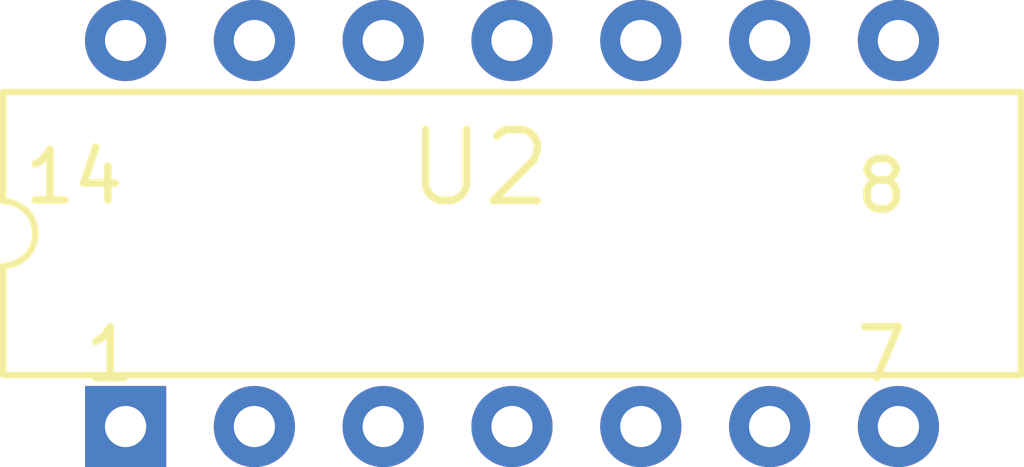
<source format=kicad_pcb>
(kicad_pcb (version 20221018) (generator pcbnew)
  (layers (0 "F.Cu" signal) (31 "B.Cu" signal) (34 "B.Paste" user) (35 "F.Paste" user) (36 "B.SilkS" user "B.Silkscreen") (37 "F.SilkS" user "F.Silkscreen") (38 "B.Mask" user) (39 "F.Mask" user) (44 "Edge.Cuts" user))
  (net 0 "")
  (net 1 "TxFilterOut")
  (net 2 "Net-(U2A--)")
  (net 3 "Net-(U2A-+)")
  (net 5 "GND")
  (net 6 "Net-(U2B--)")
  (net 7 "TxAmpOut")
  (footprint "MC33079P:DIL14" (layer "F.Cu") (at 74.93 59.69)
    (fp_text reference "U2" (at -0.635 -1.2954) (layer "F.SilkS") (effects (font (size 1.4 1.4))))
    (fp_text value "MC33079")
    (fp_text user "14" (at -8.636 -1.1176) (layer "F.SilkS"))
    (fp_text user "1" (at -7.9248 2.3876) (layer "F.SilkS"))
    (fp_text user "7" (at 7.2898 2.3876) (layer "F.SilkS"))
    (fp_text user "8" (at 7.2898 -0.9398) (layer "F.SilkS"))
    (fp_line (start -10.033 -2.794) (end -10.033 -0.635) (stroke (width 0.127)) (layer "F.SilkS"))
    (fp_line (start -10.033 0.635) (end -10.033 2.794) (stroke (width 0.127)) (layer "F.SilkS"))
    (fp_line (start -10.033 2.794) (end 10.033 2.794) (stroke (width 0.127)) (layer "F.SilkS"))
    (fp_line (start 10.033 -2.794) (end -10.033 -2.794) (stroke (width 0.127)) (layer "F.SilkS"))
    (fp_line (start 10.033 2.794) (end 10.033 -2.794) (stroke (width 0.127)) (layer "F.SilkS"))
    (fp_arc (start -10.033 -0.635) (mid -9.398 0) (end -10.033 0.635) (stroke (width 0.127)) (layer "F.SilkS"))
    (pad "1" thru_hole rect (at -7.62 3.81) (size 1.6002 1.6002) (drill 0.8128) (layers "*.Cu" "*.Mask") (net 1 "TxFilterOut"))
    (pad "2" thru_hole circle (at -5.08 3.81) (size 1.6002 1.6002) (drill 0.8128) (layers "*.Cu" "*.Mask") (net 2 "Net-(U2A--)"))
    (pad "3" thru_hole circle (at -2.54 3.81) (size 1.6002 1.6002) (drill 0.8128) (layers "*.Cu" "*.Mask") (net 3 "Net-(U2A-+)"))
    (pad "4" thru_hole circle (at 0 3.81) (size 1.6002 1.6002) (drill 0.8128) (layers "*.Cu" "*.Mask"))
    (pad "5" thru_hole circle (at 2.54 3.81) (size 1.6002 1.6002) (drill 0.8128) (layers "*.Cu" "*.Mask") (net 5 "GND"))
    (pad "6" thru_hole circle (at 5.08 3.81) (size 1.6002 1.6002) (drill 0.8128) (layers "*.Cu" "*.Mask") (net 6 "Net-(U2B--)"))
    (pad "7" thru_hole circle (at 7.62 3.81) (size 1.6002 1.6002) (drill 0.8128) (layers "*.Cu" "*.Mask") (net 7 "TxAmpOut"))
    (pad "8" thru_hole circle (at 7.62 -3.81) (size 1.6002 1.6002) (drill 0.8128) (layers "*.Cu" "*.Mask"))
    (pad "9" thru_hole circle (at 5.08 -3.81) (size 1.6002 1.6002) (drill 0.8128) (layers "*.Cu" "*.Mask"))
    (pad "10" thru_hole circle (at 2.54 -3.81) (size 1.6002 1.6002) (drill 0.8128) (layers "*.Cu" "*.Mask"))
    (pad "11" thru_hole circle (at 0 -3.81) (size 1.6002 1.6002) (drill 0.8128) (layers "*.Cu" "*.Mask"))
    (pad "12" thru_hole circle (at -2.54 -3.81) (size 1.6002 1.6002) (drill 0.8128) (layers "*.Cu" "*.Mask"))
    (pad "13" thru_hole circle (at -5.08 -3.81) (size 1.6002 1.6002) (drill 0.8128) (layers "*.Cu" "*.Mask"))
    (pad "14" thru_hole circle (at -7.62 -3.81) (size 1.6002 1.6002) (drill 0.8128) (layers "*.Cu" "*.Mask"))
  )
)
</source>
